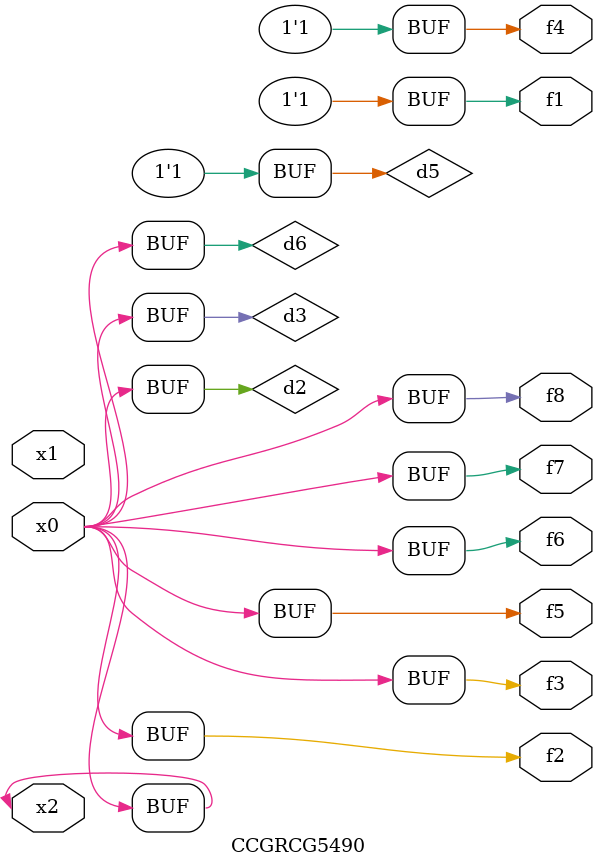
<source format=v>
module CCGRCG5490(
	input x0, x1, x2,
	output f1, f2, f3, f4, f5, f6, f7, f8
);

	wire d1, d2, d3, d4, d5, d6;

	xnor (d1, x2);
	buf (d2, x0, x2);
	and (d3, x0);
	xnor (d4, x1, x2);
	nand (d5, d1, d3);
	buf (d6, d2, d3);
	assign f1 = d5;
	assign f2 = d6;
	assign f3 = d6;
	assign f4 = d5;
	assign f5 = d6;
	assign f6 = d6;
	assign f7 = d6;
	assign f8 = d6;
endmodule

</source>
